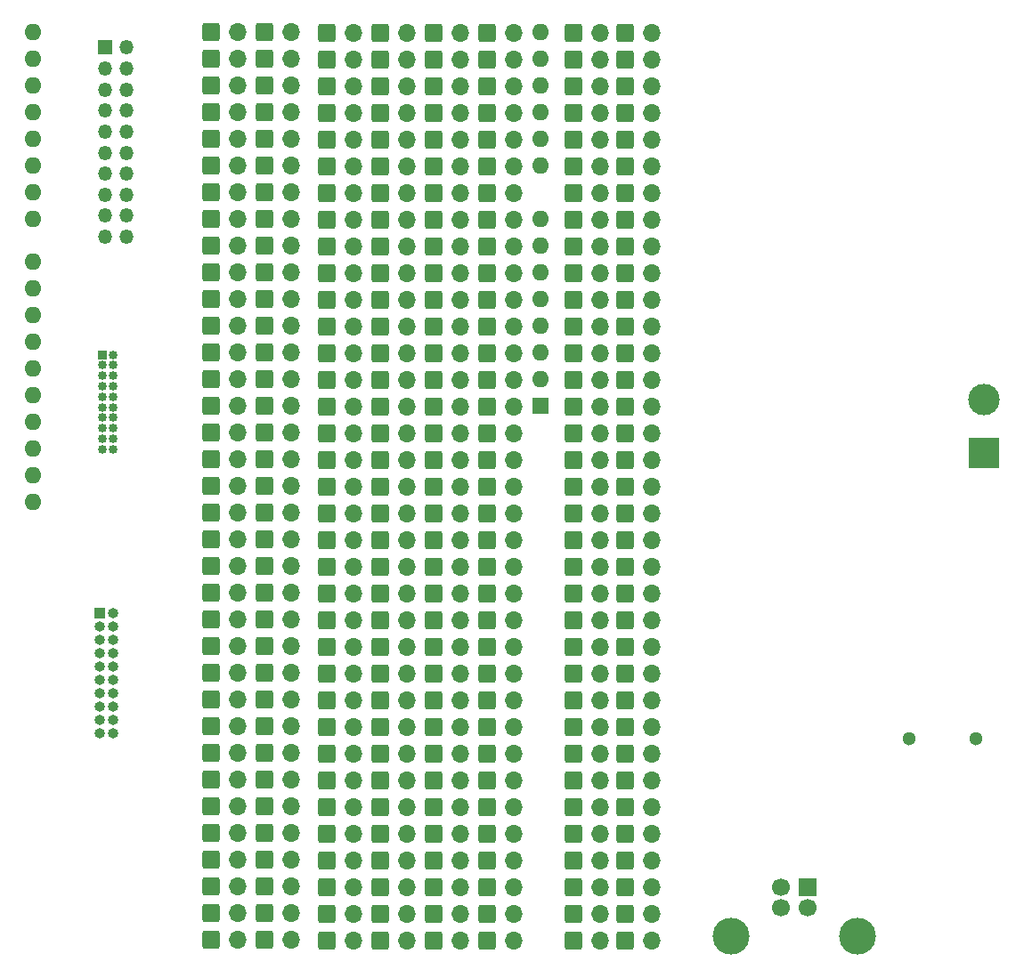
<source format=gbr>
%TF.GenerationSoftware,KiCad,Pcbnew,8.0.0-rc2-429-g037f349585*%
%TF.CreationDate,2024-02-09T22:22:20+01:00*%
%TF.ProjectId,xDuinoRail-Protoboard,78447569-6e6f-4526-9169-6c2d50726f74,rev?*%
%TF.SameCoordinates,Original*%
%TF.FileFunction,Soldermask,Bot*%
%TF.FilePolarity,Negative*%
%FSLAX46Y46*%
G04 Gerber Fmt 4.6, Leading zero omitted, Abs format (unit mm)*
G04 Created by KiCad (PCBNEW 8.0.0-rc2-429-g037f349585) date 2024-02-09 22:22:20*
%MOMM*%
%LPD*%
G01*
G04 APERTURE LIST*
G04 Aperture macros list*
%AMRoundRect*
0 Rectangle with rounded corners*
0 $1 Rounding radius*
0 $2 $3 $4 $5 $6 $7 $8 $9 X,Y pos of 4 corners*
0 Add a 4 corners polygon primitive as box body*
4,1,4,$2,$3,$4,$5,$6,$7,$8,$9,$2,$3,0*
0 Add four circle primitives for the rounded corners*
1,1,$1+$1,$2,$3*
1,1,$1+$1,$4,$5*
1,1,$1+$1,$6,$7*
1,1,$1+$1,$8,$9*
0 Add four rect primitives between the rounded corners*
20,1,$1+$1,$2,$3,$4,$5,0*
20,1,$1+$1,$4,$5,$6,$7,0*
20,1,$1+$1,$6,$7,$8,$9,0*
20,1,$1+$1,$8,$9,$2,$3,0*%
G04 Aperture macros list end*
%ADD10R,1.350000X1.350000*%
%ADD11O,1.350000X1.350000*%
%ADD12C,1.300000*%
%ADD13RoundRect,0.250000X-0.600000X-0.600000X0.600000X-0.600000X0.600000X0.600000X-0.600000X0.600000X0*%
%ADD14O,1.700000X1.700000*%
%ADD15R,1.000000X1.000000*%
%ADD16O,1.000000X1.000000*%
%ADD17R,3.000000X3.000000*%
%ADD18C,3.000000*%
%ADD19O,0.850000X0.850000*%
%ADD20R,0.850000X0.850000*%
%ADD21R,1.700000X1.700000*%
%ADD22C,1.700000*%
%ADD23C,3.500000*%
%ADD24R,1.600000X1.600000*%
%ADD25O,1.600000X1.600000*%
G04 APERTURE END LIST*
D10*
%TO.C,J118*%
X84995000Y-53500000D03*
D11*
X86995000Y-53500000D03*
X84995000Y-55500000D03*
X86995000Y-55500000D03*
X84995000Y-57500000D03*
X86995000Y-57500000D03*
X84995000Y-59500000D03*
X86995000Y-59500000D03*
X84995000Y-61500000D03*
X86995000Y-61500000D03*
X84995000Y-63500000D03*
X86995000Y-63500000D03*
X84995000Y-65500000D03*
X86995000Y-65500000D03*
X84995000Y-67500000D03*
X86995000Y-67500000D03*
X84995000Y-69500000D03*
X86995000Y-69500000D03*
X84995000Y-71500000D03*
X86995000Y-71500000D03*
%TD*%
D12*
%TO.C,J109*%
X167770000Y-119220000D03*
X161470000Y-119220000D03*
%TD*%
D13*
%TO.C,J102*%
X106045000Y-52070000D03*
D14*
X108585000Y-52070000D03*
D13*
X106045000Y-54610000D03*
D14*
X108585000Y-54610000D03*
D13*
X106045000Y-57150000D03*
D14*
X108585000Y-57150000D03*
D13*
X106045000Y-59690000D03*
D14*
X108585000Y-59690000D03*
D13*
X106045000Y-62230000D03*
D14*
X108585000Y-62230000D03*
D13*
X106045000Y-64770000D03*
D14*
X108585000Y-64770000D03*
D13*
X106045000Y-67310000D03*
D14*
X108585000Y-67310000D03*
D13*
X106045000Y-69850000D03*
D14*
X108585000Y-69850000D03*
D13*
X106045000Y-72390000D03*
D14*
X108585000Y-72390000D03*
D13*
X106045000Y-74930000D03*
D14*
X108585000Y-74930000D03*
D13*
X106045000Y-77470000D03*
D14*
X108585000Y-77470000D03*
D13*
X106045000Y-80010000D03*
D14*
X108585000Y-80010000D03*
D13*
X106045000Y-82550000D03*
D14*
X108585000Y-82550000D03*
D13*
X106045000Y-85090000D03*
D14*
X108585000Y-85090000D03*
D13*
X106045000Y-87630000D03*
D14*
X108585000Y-87630000D03*
D13*
X106045000Y-90170000D03*
D14*
X108585000Y-90170000D03*
D13*
X106045000Y-92710000D03*
D14*
X108585000Y-92710000D03*
D13*
X106045000Y-95250000D03*
D14*
X108585000Y-95250000D03*
D13*
X106045000Y-97790000D03*
D14*
X108585000Y-97790000D03*
D13*
X106045000Y-100330000D03*
D14*
X108585000Y-100330000D03*
D13*
X106045000Y-102870000D03*
D14*
X108585000Y-102870000D03*
D13*
X106045000Y-105410000D03*
D14*
X108585000Y-105410000D03*
D13*
X106045000Y-107950000D03*
D14*
X108585000Y-107950000D03*
D13*
X106045000Y-110490000D03*
D14*
X108585000Y-110490000D03*
D13*
X106045000Y-113030000D03*
D14*
X108585000Y-113030000D03*
D13*
X106045000Y-115570000D03*
D14*
X108585000Y-115570000D03*
D13*
X106045000Y-118110000D03*
D14*
X108585000Y-118110000D03*
D13*
X106045000Y-120650000D03*
D14*
X108585000Y-120650000D03*
D13*
X106045000Y-123190000D03*
D14*
X108585000Y-123190000D03*
D13*
X106045000Y-125730000D03*
D14*
X108585000Y-125730000D03*
D13*
X106045000Y-128270000D03*
D14*
X108585000Y-128270000D03*
D13*
X106045000Y-130810000D03*
D14*
X108585000Y-130810000D03*
D13*
X106045000Y-133350000D03*
D14*
X108585000Y-133350000D03*
D13*
X106045000Y-135890000D03*
D14*
X108585000Y-135890000D03*
D13*
X106045000Y-138430000D03*
D14*
X108585000Y-138430000D03*
%TD*%
D15*
%TO.C,J114*%
X84455000Y-107315000D03*
D16*
X85725000Y-107315000D03*
X84455000Y-108585000D03*
X85725000Y-108585000D03*
X84455000Y-109855000D03*
X85725000Y-109855000D03*
X84455000Y-111125000D03*
X85725000Y-111125000D03*
X84455000Y-112395000D03*
X85725000Y-112395000D03*
X84455000Y-113665000D03*
X85725000Y-113665000D03*
X84455000Y-114935000D03*
X85725000Y-114935000D03*
X84455000Y-116205000D03*
X85725000Y-116205000D03*
X84455000Y-117475000D03*
X85725000Y-117475000D03*
X84455000Y-118745000D03*
X85725000Y-118745000D03*
%TD*%
D13*
%TO.C,J101*%
X111125000Y-52070000D03*
D14*
X113665000Y-52070000D03*
D13*
X111125000Y-54610000D03*
D14*
X113665000Y-54610000D03*
D13*
X111125000Y-57150000D03*
D14*
X113665000Y-57150000D03*
D13*
X111125000Y-59690000D03*
D14*
X113665000Y-59690000D03*
D13*
X111125000Y-62230000D03*
D14*
X113665000Y-62230000D03*
D13*
X111125000Y-64770000D03*
D14*
X113665000Y-64770000D03*
D13*
X111125000Y-67310000D03*
D14*
X113665000Y-67310000D03*
D13*
X111125000Y-69850000D03*
D14*
X113665000Y-69850000D03*
D13*
X111125000Y-72390000D03*
D14*
X113665000Y-72390000D03*
D13*
X111125000Y-74930000D03*
D14*
X113665000Y-74930000D03*
D13*
X111125000Y-77470000D03*
D14*
X113665000Y-77470000D03*
D13*
X111125000Y-80010000D03*
D14*
X113665000Y-80010000D03*
D13*
X111125000Y-82550000D03*
D14*
X113665000Y-82550000D03*
D13*
X111125000Y-85090000D03*
D14*
X113665000Y-85090000D03*
D13*
X111125000Y-87630000D03*
D14*
X113665000Y-87630000D03*
D13*
X111125000Y-90170000D03*
D14*
X113665000Y-90170000D03*
D13*
X111125000Y-92710000D03*
D14*
X113665000Y-92710000D03*
D13*
X111125000Y-95250000D03*
D14*
X113665000Y-95250000D03*
D13*
X111125000Y-97790000D03*
D14*
X113665000Y-97790000D03*
D13*
X111125000Y-100330000D03*
D14*
X113665000Y-100330000D03*
D13*
X111125000Y-102870000D03*
D14*
X113665000Y-102870000D03*
D13*
X111125000Y-105410000D03*
D14*
X113665000Y-105410000D03*
D13*
X111125000Y-107950000D03*
D14*
X113665000Y-107950000D03*
D13*
X111125000Y-110490000D03*
D14*
X113665000Y-110490000D03*
D13*
X111125000Y-113030000D03*
D14*
X113665000Y-113030000D03*
D13*
X111125000Y-115570000D03*
D14*
X113665000Y-115570000D03*
D13*
X111125000Y-118110000D03*
D14*
X113665000Y-118110000D03*
D13*
X111125000Y-120650000D03*
D14*
X113665000Y-120650000D03*
D13*
X111125000Y-123190000D03*
D14*
X113665000Y-123190000D03*
D13*
X111125000Y-125730000D03*
D14*
X113665000Y-125730000D03*
D13*
X111125000Y-128270000D03*
D14*
X113665000Y-128270000D03*
D13*
X111125000Y-130810000D03*
D14*
X113665000Y-130810000D03*
D13*
X111125000Y-133350000D03*
D14*
X113665000Y-133350000D03*
D13*
X111125000Y-135890000D03*
D14*
X113665000Y-135890000D03*
D13*
X111125000Y-138430000D03*
D14*
X113665000Y-138430000D03*
%TD*%
D17*
%TO.C,J112*%
X168514500Y-92080600D03*
D18*
X168514500Y-87000600D03*
%TD*%
D13*
%TO.C,J103*%
X116205000Y-52070000D03*
D14*
X118745000Y-52070000D03*
D13*
X116205000Y-54610000D03*
D14*
X118745000Y-54610000D03*
D13*
X116205000Y-57150000D03*
D14*
X118745000Y-57150000D03*
D13*
X116205000Y-59690000D03*
D14*
X118745000Y-59690000D03*
D13*
X116205000Y-62230000D03*
D14*
X118745000Y-62230000D03*
D13*
X116205000Y-64770000D03*
D14*
X118745000Y-64770000D03*
D13*
X116205000Y-67310000D03*
D14*
X118745000Y-67310000D03*
D13*
X116205000Y-69850000D03*
D14*
X118745000Y-69850000D03*
D13*
X116205000Y-72390000D03*
D14*
X118745000Y-72390000D03*
D13*
X116205000Y-74930000D03*
D14*
X118745000Y-74930000D03*
D13*
X116205000Y-77470000D03*
D14*
X118745000Y-77470000D03*
D13*
X116205000Y-80010000D03*
D14*
X118745000Y-80010000D03*
D13*
X116205000Y-82550000D03*
D14*
X118745000Y-82550000D03*
D13*
X116205000Y-85090000D03*
D14*
X118745000Y-85090000D03*
D13*
X116205000Y-87630000D03*
D14*
X118745000Y-87630000D03*
D13*
X116205000Y-90170000D03*
D14*
X118745000Y-90170000D03*
D13*
X116205000Y-92710000D03*
D14*
X118745000Y-92710000D03*
D13*
X116205000Y-95250000D03*
D14*
X118745000Y-95250000D03*
D13*
X116205000Y-97790000D03*
D14*
X118745000Y-97790000D03*
D13*
X116205000Y-100330000D03*
D14*
X118745000Y-100330000D03*
D13*
X116205000Y-102870000D03*
D14*
X118745000Y-102870000D03*
D13*
X116205000Y-105410000D03*
D14*
X118745000Y-105410000D03*
D13*
X116205000Y-107950000D03*
D14*
X118745000Y-107950000D03*
D13*
X116205000Y-110490000D03*
D14*
X118745000Y-110490000D03*
D13*
X116205000Y-113030000D03*
D14*
X118745000Y-113030000D03*
D13*
X116205000Y-115570000D03*
D14*
X118745000Y-115570000D03*
D13*
X116205000Y-118110000D03*
D14*
X118745000Y-118110000D03*
D13*
X116205000Y-120650000D03*
D14*
X118745000Y-120650000D03*
D13*
X116205000Y-123190000D03*
D14*
X118745000Y-123190000D03*
D13*
X116205000Y-125730000D03*
D14*
X118745000Y-125730000D03*
D13*
X116205000Y-128270000D03*
D14*
X118745000Y-128270000D03*
D13*
X116205000Y-130810000D03*
D14*
X118745000Y-130810000D03*
D13*
X116205000Y-133350000D03*
D14*
X118745000Y-133350000D03*
D13*
X116205000Y-135890000D03*
D14*
X118745000Y-135890000D03*
D13*
X116205000Y-138430000D03*
D14*
X118745000Y-138430000D03*
%TD*%
%TO.C,J106*%
X136946900Y-138430000D03*
D13*
X134406900Y-138430000D03*
D14*
X136946900Y-135890000D03*
D13*
X134406900Y-135890000D03*
D14*
X136946900Y-133350000D03*
D13*
X134406900Y-133350000D03*
D14*
X136946900Y-130810000D03*
D13*
X134406900Y-130810000D03*
D14*
X136946900Y-128270000D03*
D13*
X134406900Y-128270000D03*
D14*
X136946900Y-125730000D03*
D13*
X134406900Y-125730000D03*
D14*
X136946900Y-123190000D03*
D13*
X134406900Y-123190000D03*
D14*
X136946900Y-120650000D03*
D13*
X134406900Y-120650000D03*
D14*
X136946900Y-118110000D03*
D13*
X134406900Y-118110000D03*
D14*
X136946900Y-115570000D03*
D13*
X134406900Y-115570000D03*
D14*
X136946900Y-113030000D03*
D13*
X134406900Y-113030000D03*
D14*
X136946900Y-110490000D03*
D13*
X134406900Y-110490000D03*
D14*
X136946900Y-107950000D03*
D13*
X134406900Y-107950000D03*
D14*
X136946900Y-105410000D03*
D13*
X134406900Y-105410000D03*
D14*
X136946900Y-102870000D03*
D13*
X134406900Y-102870000D03*
D14*
X136946900Y-100330000D03*
D13*
X134406900Y-100330000D03*
D14*
X136946900Y-97790000D03*
D13*
X134406900Y-97790000D03*
D14*
X136946900Y-95250000D03*
D13*
X134406900Y-95250000D03*
D14*
X136946900Y-92710000D03*
D13*
X134406900Y-92710000D03*
D14*
X136946900Y-90170000D03*
D13*
X134406900Y-90170000D03*
D14*
X136946900Y-87630000D03*
D13*
X134406900Y-87630000D03*
D14*
X136946900Y-85090000D03*
D13*
X134406900Y-85090000D03*
D14*
X136946900Y-82550000D03*
D13*
X134406900Y-82550000D03*
D14*
X136946900Y-80010000D03*
D13*
X134406900Y-80010000D03*
D14*
X136946900Y-77470000D03*
D13*
X134406900Y-77470000D03*
D14*
X136946900Y-74930000D03*
D13*
X134406900Y-74930000D03*
D14*
X136946900Y-72390000D03*
D13*
X134406900Y-72390000D03*
D14*
X136946900Y-69850000D03*
D13*
X134406900Y-69850000D03*
D14*
X136946900Y-67310000D03*
D13*
X134406900Y-67310000D03*
D14*
X136946900Y-64770000D03*
D13*
X134406900Y-64770000D03*
D14*
X136946900Y-62230000D03*
D13*
X134406900Y-62230000D03*
D14*
X136946900Y-59690000D03*
D13*
X134406900Y-59690000D03*
D14*
X136946900Y-57150000D03*
D13*
X134406900Y-57150000D03*
D14*
X136946900Y-54610000D03*
D13*
X134406900Y-54610000D03*
D14*
X136946900Y-52070000D03*
D13*
X134406900Y-52070000D03*
%TD*%
D19*
%TO.C,J115*%
X85725000Y-91725000D03*
X84725000Y-91725000D03*
X85725000Y-90725000D03*
X84725000Y-90725000D03*
X85725000Y-89725000D03*
X84725000Y-89725000D03*
X85725000Y-88725000D03*
X84725000Y-88725000D03*
X85725000Y-87725000D03*
X84725000Y-87725000D03*
X85725000Y-86725000D03*
X84725000Y-86725000D03*
X85725000Y-85725000D03*
X84725000Y-85725000D03*
X85725000Y-84725000D03*
X84725000Y-84725000D03*
X85725000Y-83725000D03*
X84725000Y-83725000D03*
X85725000Y-82725000D03*
D20*
X84725000Y-82725000D03*
%TD*%
D13*
%TO.C,J110*%
X95039500Y-51990600D03*
D14*
X97579500Y-51990600D03*
D13*
X95039500Y-54530600D03*
D14*
X97579500Y-54530600D03*
D13*
X95039500Y-57070600D03*
D14*
X97579500Y-57070600D03*
D13*
X95039500Y-59610600D03*
D14*
X97579500Y-59610600D03*
D13*
X95039500Y-62150600D03*
D14*
X97579500Y-62150600D03*
D13*
X95039500Y-64690600D03*
D14*
X97579500Y-64690600D03*
D13*
X95039500Y-67230600D03*
D14*
X97579500Y-67230600D03*
D13*
X95039500Y-69770600D03*
D14*
X97579500Y-69770600D03*
D13*
X95039500Y-72310600D03*
D14*
X97579500Y-72310600D03*
D13*
X95039500Y-74850600D03*
D14*
X97579500Y-74850600D03*
D13*
X95039500Y-77390600D03*
D14*
X97579500Y-77390600D03*
D13*
X95039500Y-79930600D03*
D14*
X97579500Y-79930600D03*
D13*
X95039500Y-82470600D03*
D14*
X97579500Y-82470600D03*
D13*
X95039500Y-85010600D03*
D14*
X97579500Y-85010600D03*
D13*
X95039500Y-87550600D03*
D14*
X97579500Y-87550600D03*
D13*
X95039500Y-90090600D03*
D14*
X97579500Y-90090600D03*
D13*
X95039500Y-92630600D03*
D14*
X97579500Y-92630600D03*
D13*
X95039500Y-95170600D03*
D14*
X97579500Y-95170600D03*
D13*
X95039500Y-97710600D03*
D14*
X97579500Y-97710600D03*
D13*
X95039500Y-100250600D03*
D14*
X97579500Y-100250600D03*
D13*
X95039500Y-102790600D03*
D14*
X97579500Y-102790600D03*
D13*
X95039500Y-105330600D03*
D14*
X97579500Y-105330600D03*
D13*
X95039500Y-107870600D03*
D14*
X97579500Y-107870600D03*
D13*
X95039500Y-110410600D03*
D14*
X97579500Y-110410600D03*
D13*
X95039500Y-112950600D03*
D14*
X97579500Y-112950600D03*
D13*
X95039500Y-115490600D03*
D14*
X97579500Y-115490600D03*
D13*
X95039500Y-118030600D03*
D14*
X97579500Y-118030600D03*
D13*
X95039500Y-120570600D03*
D14*
X97579500Y-120570600D03*
D13*
X95039500Y-123110600D03*
D14*
X97579500Y-123110600D03*
D13*
X95039500Y-125650600D03*
D14*
X97579500Y-125650600D03*
D13*
X95039500Y-128190600D03*
D14*
X97579500Y-128190600D03*
D13*
X95039500Y-130730600D03*
D14*
X97579500Y-130730600D03*
D13*
X95039500Y-133270600D03*
D14*
X97579500Y-133270600D03*
D13*
X95039500Y-135810600D03*
D14*
X97579500Y-135810600D03*
D13*
X95039500Y-138350600D03*
D14*
X97579500Y-138350600D03*
%TD*%
D13*
%TO.C,J105*%
X129537400Y-52070000D03*
D14*
X132077400Y-52070000D03*
D13*
X129537400Y-54610000D03*
D14*
X132077400Y-54610000D03*
D13*
X129537400Y-57150000D03*
D14*
X132077400Y-57150000D03*
D13*
X129537400Y-59690000D03*
D14*
X132077400Y-59690000D03*
D13*
X129537400Y-62230000D03*
D14*
X132077400Y-62230000D03*
D13*
X129537400Y-64770000D03*
D14*
X132077400Y-64770000D03*
D13*
X129537400Y-67310000D03*
D14*
X132077400Y-67310000D03*
D13*
X129537400Y-69850000D03*
D14*
X132077400Y-69850000D03*
D13*
X129537400Y-72390000D03*
D14*
X132077400Y-72390000D03*
D13*
X129537400Y-74930000D03*
D14*
X132077400Y-74930000D03*
D13*
X129537400Y-77470000D03*
D14*
X132077400Y-77470000D03*
D13*
X129537400Y-80010000D03*
D14*
X132077400Y-80010000D03*
D13*
X129537400Y-82550000D03*
D14*
X132077400Y-82550000D03*
D13*
X129537400Y-85090000D03*
D14*
X132077400Y-85090000D03*
D13*
X129537400Y-87630000D03*
D14*
X132077400Y-87630000D03*
D13*
X129537400Y-90170000D03*
D14*
X132077400Y-90170000D03*
D13*
X129537400Y-92710000D03*
D14*
X132077400Y-92710000D03*
D13*
X129537400Y-95250000D03*
D14*
X132077400Y-95250000D03*
D13*
X129537400Y-97790000D03*
D14*
X132077400Y-97790000D03*
D13*
X129537400Y-100330000D03*
D14*
X132077400Y-100330000D03*
D13*
X129537400Y-102870000D03*
D14*
X132077400Y-102870000D03*
D13*
X129537400Y-105410000D03*
D14*
X132077400Y-105410000D03*
D13*
X129537400Y-107950000D03*
D14*
X132077400Y-107950000D03*
D13*
X129537400Y-110490000D03*
D14*
X132077400Y-110490000D03*
D13*
X129537400Y-113030000D03*
D14*
X132077400Y-113030000D03*
D13*
X129537400Y-115570000D03*
D14*
X132077400Y-115570000D03*
D13*
X129537400Y-118110000D03*
D14*
X132077400Y-118110000D03*
D13*
X129537400Y-120650000D03*
D14*
X132077400Y-120650000D03*
D13*
X129537400Y-123190000D03*
D14*
X132077400Y-123190000D03*
D13*
X129537400Y-125730000D03*
D14*
X132077400Y-125730000D03*
D13*
X129537400Y-128270000D03*
D14*
X132077400Y-128270000D03*
D13*
X129537400Y-130810000D03*
D14*
X132077400Y-130810000D03*
D13*
X129537400Y-133350000D03*
D14*
X132077400Y-133350000D03*
D13*
X129537400Y-135890000D03*
D14*
X132077400Y-135890000D03*
D13*
X129537400Y-138430000D03*
D14*
X132077400Y-138430000D03*
%TD*%
D13*
%TO.C,J104*%
X121285000Y-52070000D03*
D14*
X123825000Y-52070000D03*
D13*
X121285000Y-54610000D03*
D14*
X123825000Y-54610000D03*
D13*
X121285000Y-57150000D03*
D14*
X123825000Y-57150000D03*
D13*
X121285000Y-59690000D03*
D14*
X123825000Y-59690000D03*
D13*
X121285000Y-62230000D03*
D14*
X123825000Y-62230000D03*
D13*
X121285000Y-64770000D03*
D14*
X123825000Y-64770000D03*
D13*
X121285000Y-67310000D03*
D14*
X123825000Y-67310000D03*
D13*
X121285000Y-69850000D03*
D14*
X123825000Y-69850000D03*
D13*
X121285000Y-72390000D03*
D14*
X123825000Y-72390000D03*
D13*
X121285000Y-74930000D03*
D14*
X123825000Y-74930000D03*
D13*
X121285000Y-77470000D03*
D14*
X123825000Y-77470000D03*
D13*
X121285000Y-80010000D03*
D14*
X123825000Y-80010000D03*
D13*
X121285000Y-82550000D03*
D14*
X123825000Y-82550000D03*
D13*
X121285000Y-85090000D03*
D14*
X123825000Y-85090000D03*
D13*
X121285000Y-87630000D03*
D14*
X123825000Y-87630000D03*
D13*
X121285000Y-90170000D03*
D14*
X123825000Y-90170000D03*
D13*
X121285000Y-92710000D03*
D14*
X123825000Y-92710000D03*
D13*
X121285000Y-95250000D03*
D14*
X123825000Y-95250000D03*
D13*
X121285000Y-97790000D03*
D14*
X123825000Y-97790000D03*
D13*
X121285000Y-100330000D03*
D14*
X123825000Y-100330000D03*
D13*
X121285000Y-102870000D03*
D14*
X123825000Y-102870000D03*
D13*
X121285000Y-105410000D03*
D14*
X123825000Y-105410000D03*
D13*
X121285000Y-107950000D03*
D14*
X123825000Y-107950000D03*
D13*
X121285000Y-110490000D03*
D14*
X123825000Y-110490000D03*
D13*
X121285000Y-113030000D03*
D14*
X123825000Y-113030000D03*
D13*
X121285000Y-115570000D03*
D14*
X123825000Y-115570000D03*
D13*
X121285000Y-118110000D03*
D14*
X123825000Y-118110000D03*
D13*
X121285000Y-120650000D03*
D14*
X123825000Y-120650000D03*
D13*
X121285000Y-123190000D03*
D14*
X123825000Y-123190000D03*
D13*
X121285000Y-125730000D03*
D14*
X123825000Y-125730000D03*
D13*
X121285000Y-128270000D03*
D14*
X123825000Y-128270000D03*
D13*
X121285000Y-130810000D03*
D14*
X123825000Y-130810000D03*
D13*
X121285000Y-133350000D03*
D14*
X123825000Y-133350000D03*
D13*
X121285000Y-135890000D03*
D14*
X123825000Y-135890000D03*
D13*
X121285000Y-138430000D03*
D14*
X123825000Y-138430000D03*
%TD*%
D13*
%TO.C,J111*%
X100119500Y-51990600D03*
D14*
X102659500Y-51990600D03*
D13*
X100119500Y-54530600D03*
D14*
X102659500Y-54530600D03*
D13*
X100119500Y-57070600D03*
D14*
X102659500Y-57070600D03*
D13*
X100119500Y-59610600D03*
D14*
X102659500Y-59610600D03*
D13*
X100119500Y-62150600D03*
D14*
X102659500Y-62150600D03*
D13*
X100119500Y-64690600D03*
D14*
X102659500Y-64690600D03*
D13*
X100119500Y-67230600D03*
D14*
X102659500Y-67230600D03*
D13*
X100119500Y-69770600D03*
D14*
X102659500Y-69770600D03*
D13*
X100119500Y-72310600D03*
D14*
X102659500Y-72310600D03*
D13*
X100119500Y-74850600D03*
D14*
X102659500Y-74850600D03*
D13*
X100119500Y-77390600D03*
D14*
X102659500Y-77390600D03*
D13*
X100119500Y-79930600D03*
D14*
X102659500Y-79930600D03*
D13*
X100119500Y-82470600D03*
D14*
X102659500Y-82470600D03*
D13*
X100119500Y-85010600D03*
D14*
X102659500Y-85010600D03*
D13*
X100119500Y-87550600D03*
D14*
X102659500Y-87550600D03*
D13*
X100119500Y-90090600D03*
D14*
X102659500Y-90090600D03*
D13*
X100119500Y-92630600D03*
D14*
X102659500Y-92630600D03*
D13*
X100119500Y-95170600D03*
D14*
X102659500Y-95170600D03*
D13*
X100119500Y-97710600D03*
D14*
X102659500Y-97710600D03*
D13*
X100119500Y-100250600D03*
D14*
X102659500Y-100250600D03*
D13*
X100119500Y-102790600D03*
D14*
X102659500Y-102790600D03*
D13*
X100119500Y-105330600D03*
D14*
X102659500Y-105330600D03*
D13*
X100119500Y-107870600D03*
D14*
X102659500Y-107870600D03*
D13*
X100119500Y-110410600D03*
D14*
X102659500Y-110410600D03*
D13*
X100119500Y-112950600D03*
D14*
X102659500Y-112950600D03*
D13*
X100119500Y-115490600D03*
D14*
X102659500Y-115490600D03*
D13*
X100119500Y-118030600D03*
D14*
X102659500Y-118030600D03*
D13*
X100119500Y-120570600D03*
D14*
X102659500Y-120570600D03*
D13*
X100119500Y-123110600D03*
D14*
X102659500Y-123110600D03*
D13*
X100119500Y-125650600D03*
D14*
X102659500Y-125650600D03*
D13*
X100119500Y-128190600D03*
D14*
X102659500Y-128190600D03*
D13*
X100119500Y-130730600D03*
D14*
X102659500Y-130730600D03*
D13*
X100119500Y-133270600D03*
D14*
X102659500Y-133270600D03*
D13*
X100119500Y-135810600D03*
D14*
X102659500Y-135810600D03*
D13*
X100119500Y-138350600D03*
D14*
X102659500Y-138350600D03*
%TD*%
D21*
%TO.C,J116*%
X151765000Y-133350000D03*
D22*
X149265000Y-133350000D03*
X149265000Y-135350000D03*
X151765000Y-135350000D03*
D23*
X156535000Y-138060000D03*
X144495000Y-138060000D03*
%TD*%
D24*
%TO.C,A101*%
X126365000Y-87550600D03*
D25*
X126365000Y-85010600D03*
X126365000Y-82470600D03*
X126365000Y-79930600D03*
X126365000Y-77390600D03*
X126365000Y-74850600D03*
X126365000Y-72310600D03*
X126365000Y-69770600D03*
X126365000Y-64690600D03*
X126365000Y-62150600D03*
X126365000Y-59610600D03*
X126365000Y-57070600D03*
X126365000Y-54530600D03*
X126365000Y-51990600D03*
X78105000Y-51990600D03*
X78105000Y-54530600D03*
X78105000Y-57070600D03*
X78105000Y-59610600D03*
X78105000Y-62150600D03*
X78105000Y-64690600D03*
X78105000Y-67230600D03*
X78105000Y-69770600D03*
X78105000Y-73830600D03*
X78105000Y-76370600D03*
X78105000Y-78910600D03*
X78105000Y-81450600D03*
X78105000Y-83990600D03*
X78105000Y-86530600D03*
X78105000Y-89070600D03*
X78105000Y-91610600D03*
X78105000Y-94150600D03*
X78105000Y-96690600D03*
%TD*%
M02*

</source>
